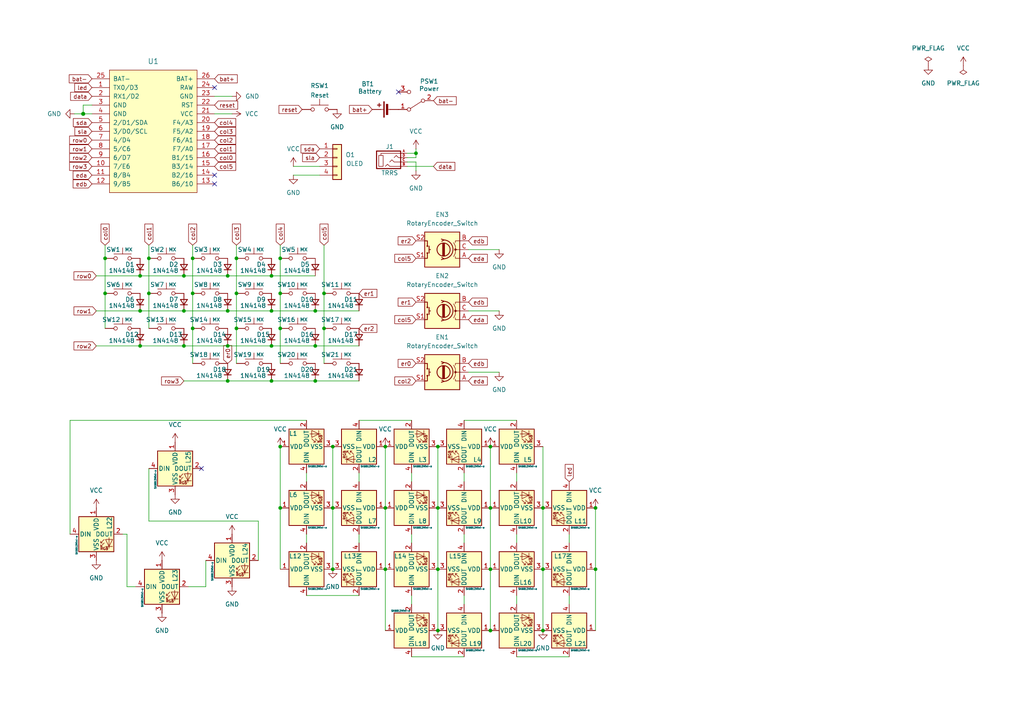
<source format=kicad_sch>
(kicad_sch (version 20250114) (generator "eeschema") (generator_version "9.0")
  (paper "A4")
  (title_block (title "Howarya?") (date "2022-08-05") (rev "0.2.2") (company "jmnw"))
  (junction (at 142.24 165.1))
  (junction (at 43.18 85.09))
  (junction (at 111.76 129.54))
  (junction (at 157.48 147.32))
  (junction (at 40.64 90.17))
  (junction (at 91.44 110.49))
  (junction (at 68.58 74.93))
  (junction (at 127 165.1))
  (junction (at 40.64 100.33))
  (junction (at 68.58 95.25))
  (junction (at 68.58 85.09))
  (junction (at 127 147.32))
  (junction (at 96.52 165.1))
  (junction (at 96.52 147.32))
  (junction (at 172.72 165.1))
  (junction (at 91.44 90.17))
  (junction (at 127 129.54))
  (junction (at 81.28 147.32))
  (junction (at 53.34 90.17))
  (junction (at 93.98 95.25))
  (junction (at 127 182.88))
  (junction (at 91.44 100.33))
  (junction (at 66.04 100.33))
  (junction (at 78.74 90.17))
  (junction (at 78.74 100.33))
  (junction (at 24.13 33.02) (diameter 1.016))
  (junction (at 55.88 74.93))
  (junction (at 142.24 182.88))
  (junction (at 81.28 129.54))
  (junction (at 120.65 44.45))
  (junction (at 55.88 85.09))
  (junction (at 78.74 80.01))
  (junction (at 55.88 95.25))
  (junction (at 81.28 85.09))
  (junction (at 111.76 165.1))
  (junction (at 43.18 74.93))
  (junction (at 30.48 74.93))
  (junction (at 81.28 74.93))
  (junction (at 111.76 147.32))
  (junction (at 157.48 165.1))
  (junction (at 53.34 80.01))
  (junction (at 66.04 80.01))
  (junction (at 81.28 95.25))
  (junction (at 30.48 85.09))
  (junction (at 142.24 129.54))
  (junction (at 78.74 110.49))
  (junction (at 66.04 90.17))
  (junction (at 96.52 129.54))
  (junction (at 172.72 147.32))
  (junction (at 53.34 100.33))
  (junction (at 157.48 182.88))
  (junction (at 93.98 85.09))
  (junction (at 66.04 110.49))
  (junction (at 40.64 80.01))
  (junction (at 142.24 147.32))
  (no_connect (at 62.23 25.4))
  (no_connect (at 115.57 26.67))
  (no_connect (at 58.42 135.89))
  (no_connect (at 62.23 53.34))
  (no_connect (at 62.23 50.8))
  (wire (pts (xy 118.11 45.72) (xy 120.65 45.72)))
  (wire (pts (xy 40.64 100.33) (xy 53.34 100.33)))
  (wire (pts (xy 149.86 190.5) (xy 165.1 190.5)))
  (wire (pts (xy 55.88 74.93) (xy 55.88 85.09)))
  (wire (pts (xy 55.88 85.09) (xy 55.88 95.25)))
  (wire (pts (xy 55.88 71.12) (xy 55.88 74.93)))
  (wire (pts (xy 55.88 95.25) (xy 55.88 105.41)))
  (wire (pts (xy 43.18 71.12) (xy 43.18 74.93)))
  (wire (pts (xy 43.18 74.93) (xy 43.18 85.09)))
  (wire (pts (xy 43.18 85.09) (xy 43.18 95.25)))
  (wire (pts (xy 81.28 147.32) (xy 81.28 165.1)))
  (wire (pts (xy 142.24 147.32) (xy 142.24 165.1)))
  (wire (pts (xy 165.1 154.94) (xy 165.1 157.48)))
  (wire (pts (xy 93.98 95.25) (xy 93.98 105.41)))
  (wire (pts (xy 53.34 90.17) (xy 66.04 90.17)))
  (wire (pts (xy 93.98 71.12) (xy 93.98 85.09)))
  (wire (pts (xy 111.76 165.1) (xy 111.76 182.88)))
  (wire (pts (xy 88.9 137.16) (xy 88.9 139.7)))
  (wire (pts (xy 62.23 27.94) (xy 67.31 27.94)))
  (wire (pts (xy 54.61 170.18) (xy 59.69 170.18)))
  (wire (pts (xy 111.76 147.32) (xy 111.76 165.1)))
  (wire (pts (xy 119.38 154.94) (xy 119.38 157.48)))
  (wire (pts (xy 111.76 129.54) (xy 111.76 147.32)))
  (wire (pts (xy 165.1 172.72) (xy 165.1 175.26)))
  (wire (pts (xy 127 147.32) (xy 127 165.1)))
  (wire (pts (xy 96.52 129.54) (xy 96.52 147.32)))
  (wire (pts (xy 93.98 85.09) (xy 93.98 95.25)))
  (wire (pts (xy 172.72 147.32) (xy 172.72 165.1)))
  (wire (pts (xy 43.18 135.89) (xy 43.18 151.13)))
  (wire (pts (xy 142.24 165.1) (xy 142.24 182.88)))
  (wire (pts (xy 91.44 110.49) (xy 104.14 110.49)))
  (wire (pts (xy 120.65 46.99) (xy 120.65 49.53)))
  (wire (pts (xy 78.74 80.01) (xy 91.44 80.01)))
  (wire (pts (xy 59.69 170.18) (xy 59.69 162.56)))
  (wire (pts (xy 40.64 80.01) (xy 53.34 80.01)))
  (wire (pts (xy 35.56 154.94) (xy 36.83 154.94)))
  (wire (pts (xy 66.04 90.17) (xy 78.74 90.17)))
  (wire (pts (xy 157.48 147.32) (xy 157.48 165.1)))
  (wire (pts (xy 91.44 100.33) (xy 104.14 100.33)))
  (wire (pts (xy 74.93 151.13) (xy 43.18 151.13)))
  (wire (pts (xy 74.93 162.56) (xy 74.93 151.13)))
  (wire (pts (xy 119.38 137.16) (xy 119.38 139.7)))
  (wire (pts (xy 172.72 165.1) (xy 172.72 182.88)))
  (wire (pts (xy 134.62 121.92) (xy 149.86 121.92)))
  (wire (pts (xy 62.23 33.02) (xy 67.31 33.02)))
  (wire (pts (xy 66.04 80.01) (xy 78.74 80.01)))
  (wire (pts (xy 20.32 121.92) (xy 20.32 154.94)))
  (wire (pts (xy 135.89 90.17) (xy 144.78 90.17)))
  (wire (pts (xy 157.48 165.1) (xy 157.48 182.88)))
  (wire (pts (xy 91.44 90.17) (xy 104.14 90.17)))
  (wire (pts (xy 24.13 33.02) (xy 26.67 33.02)))
  (wire (pts (xy 68.58 85.09) (xy 68.58 95.25)))
  (wire (pts (xy 68.58 95.25) (xy 68.58 105.41)))
  (wire (pts (xy 68.58 71.12) (xy 68.58 74.93)))
  (wire (pts (xy 68.58 74.93) (xy 68.58 85.09)))
  (wire (pts (xy 27.94 100.33) (xy 40.64 100.33)))
  (wire (pts (xy 81.28 129.54) (xy 81.28 147.32)))
  (wire (pts (xy 27.94 90.17) (xy 40.64 90.17)))
  (wire (pts (xy 26.67 30.48) (xy 24.13 30.48)))
  (wire (pts (xy 66.04 100.33) (xy 78.74 100.33)))
  (wire (pts (xy 135.89 72.39) (xy 144.78 72.39)))
  (wire (pts (xy 104.14 121.92) (xy 119.38 121.92)))
  (wire (pts (xy 27.94 80.01) (xy 40.64 80.01)))
  (wire (pts (xy 36.83 154.94) (xy 36.83 170.18)))
  (wire (pts (xy 78.74 110.49) (xy 91.44 110.49)))
  (wire (pts (xy 85.09 48.26) (xy 92.71 48.26)))
  (wire (pts (xy 24.13 30.48) (xy 24.13 33.02)))
  (wire (pts (xy 157.48 129.54) (xy 157.48 147.32)))
  (wire (pts (xy 118.11 44.45) (xy 120.65 44.45)))
  (wire (pts (xy 118.11 48.26) (xy 125.73 48.26)))
  (wire (pts (xy 127 129.54) (xy 127 147.32)))
  (wire (pts (xy 149.86 154.94) (xy 149.86 157.48)))
  (wire (pts (xy 119.38 172.72) (xy 119.38 175.26)))
  (wire (pts (xy 135.89 107.95) (xy 144.78 107.95)))
  (wire (pts (xy 104.14 137.16) (xy 104.14 139.7)))
  (wire (pts (xy 21.59 33.02) (xy 24.13 33.02)))
  (wire (pts (xy 134.62 154.94) (xy 134.62 157.48)))
  (wire (pts (xy 134.62 172.72) (xy 134.62 175.26)))
  (wire (pts (xy 134.62 137.16) (xy 134.62 139.7)))
  (wire (pts (xy 142.24 129.54) (xy 142.24 147.32)))
  (wire (pts (xy 30.48 74.93) (xy 30.48 85.09)))
  (wire (pts (xy 30.48 85.09) (xy 30.48 95.25)))
  (wire (pts (xy 30.48 71.12) (xy 30.48 74.93)))
  (wire (pts (xy 85.09 50.8) (xy 92.71 50.8)))
  (wire (pts (xy 88.9 121.92) (xy 20.32 121.92)))
  (wire (pts (xy 118.11 46.99) (xy 120.65 46.99)))
  (wire (pts (xy 149.86 172.72) (xy 149.86 175.26)))
  (wire (pts (xy 66.04 110.49) (xy 78.74 110.49)))
  (wire (pts (xy 120.65 45.72) (xy 120.65 44.45)))
  (wire (pts (xy 120.65 44.45) (xy 120.65 43.18)))
  (wire (pts (xy 53.34 100.33) (xy 66.04 100.33)))
  (wire (pts (xy 53.34 110.49) (xy 66.04 110.49)))
  (wire (pts (xy 36.83 170.18) (xy 39.37 170.18)))
  (wire (pts (xy 78.74 100.33) (xy 91.44 100.33)))
  (wire (pts (xy 96.52 147.32) (xy 96.52 165.1)))
  (wire (pts (xy 104.14 154.94) (xy 104.14 157.48)))
  (wire (pts (xy 127 165.1) (xy 127 182.88)))
  (wire (pts (xy 40.64 90.17) (xy 53.34 90.17)))
  (wire (pts (xy 81.28 95.25) (xy 81.28 105.41)))
  (wire (pts (xy 81.28 85.09) (xy 81.28 95.25)))
  (wire (pts (xy 81.28 71.12) (xy 81.28 74.93)))
  (wire (pts (xy 81.28 74.93) (xy 81.28 85.09)))
  (wire (pts (xy 149.86 137.16) (xy 149.86 139.7)))
  (wire (pts (xy 53.34 80.01) (xy 66.04 80.01)))
  (wire (pts (xy 88.9 172.72) (xy 104.14 172.72)))
  (wire (pts (xy 119.38 190.5) (xy 134.62 190.5)))
  (wire (pts (xy 78.74 90.17) (xy 91.44 90.17)))
  (wire (pts (xy 88.9 154.94) (xy 88.9 157.48)))
  (global_label "row2" (shape input) (at 26.67 45.72 180) (effects (font (size 1.1938 1.1938))) (property "Intersheetrefs" "${INTERSHEET_REFS}" (effects (hide yes))))
  (global_label "er0" (shape input) (at 120.65 105.41 180) (effects (font (size 1.1938 1.1938))) (property "Intersheetrefs" "${INTERSHEET_REFS}" (effects (hide yes))))
  (global_label "col5" (shape input) (at 120.65 92.71 180) (effects (font (size 1.1938 1.1938))) (property "Intersheetrefs" "${INTERSHEET_REFS}" (effects (hide yes))))
  (global_label "row3" (shape input) (at 26.67 48.26 180) (effects (font (size 1.1938 1.1938))) (property "Intersheetrefs" "${INTERSHEET_REFS}" (effects (hide yes))))
  (global_label "bat-" (shape input) (at 26.67 22.86 180) (effects (font (size 1.1938 1.1938))) (property "Intersheetrefs" "${INTERSHEET_REFS}" (effects (hide yes))))
  (global_label "led" (shape input) (at 165.1 139.7 90) (effects (font (size 1.1938 1.1938))) (property "Intersheetrefs" "${INTERSHEET_REFS}" (effects (hide yes))))
  (global_label "reset" (shape input) (at 62.23 30.48 0) (effects (font (size 1.1938 1.1938))) (property "Intersheetrefs" "${INTERSHEET_REFS}" (effects (hide yes))))
  (global_label "row3" (shape input) (at 53.34 110.49 180) (effects (font (size 1.1938 1.1938))) (property "Intersheetrefs" "${INTERSHEET_REFS}" (effects (hide yes))))
  (global_label "eda" (shape input) (at 26.67 50.8 180) (effects (font (size 1.1938 1.1938))) (property "Intersheetrefs" "${INTERSHEET_REFS}" (effects (hide yes))))
  (global_label "bat+" (shape input) (at 107.95 31.75 180) (effects (font (size 1.1938 1.1938))) (property "Intersheetrefs" "${INTERSHEET_REFS}" (effects (hide yes))))
  (global_label "sla" (shape input) (at 92.71 45.72 180) (effects (font (size 1.1938 1.1938))) (property "Intersheetrefs" "${INTERSHEET_REFS}" (effects (hide yes))))
  (global_label "row2" (shape input) (at 27.94 100.33 180) (effects (font (size 1.1938 1.1938))) (property "Intersheetrefs" "${INTERSHEET_REFS}" (effects (hide yes))))
  (global_label "sla" (shape input) (at 26.67 38.1 180) (effects (font (size 1.1938 1.1938))) (property "Intersheetrefs" "${INTERSHEET_REFS}" (effects (hide yes))))
  (global_label "sda" (shape input) (at 92.71 43.18 180) (effects (font (size 1.1938 1.1938))) (property "Intersheetrefs" "${INTERSHEET_REFS}" (effects (hide yes))))
  (global_label "col1" (shape input) (at 62.23 43.18 0) (effects (font (size 1.1938 1.1938))) (property "Intersheetrefs" "${INTERSHEET_REFS}" (effects (hide yes))))
  (global_label "col1" (shape input) (at 43.18 71.12 90) (effects (font (size 1.1938 1.1938))) (property "Intersheetrefs" "${INTERSHEET_REFS}" (effects (hide yes))))
  (global_label "er0" (shape input) (at 66.04 105.41 90) (effects (font (size 1.1938 1.1938))) (property "Intersheetrefs" "${INTERSHEET_REFS}" (effects (hide yes))))
  (global_label "col3" (shape input) (at 62.23 38.1 0) (effects (font (size 1.1938 1.1938))) (property "Intersheetrefs" "${INTERSHEET_REFS}" (effects (hide yes))))
  (global_label "col2" (shape input) (at 62.23 40.64 0) (effects (font (size 1.1938 1.1938))) (property "Intersheetrefs" "${INTERSHEET_REFS}" (effects (hide yes))))
  (global_label "er2" (shape input) (at 120.65 69.85 180) (effects (font (size 1.1938 1.1938))) (property "Intersheetrefs" "${INTERSHEET_REFS}" (effects (hide yes))))
  (global_label "led" (shape input) (at 26.67 25.4 180) (effects (font (size 1.1938 1.1938))) (property "Intersheetrefs" "${INTERSHEET_REFS}" (effects (hide yes))))
  (global_label "er2" (shape input) (at 104.14 95.25 0) (effects (font (size 1.1938 1.1938))) (property "Intersheetrefs" "${INTERSHEET_REFS}" (effects (hide yes))))
  (global_label "col2" (shape input) (at 55.88 71.12 90) (effects (font (size 1.1938 1.1938))) (property "Intersheetrefs" "${INTERSHEET_REFS}" (effects (hide yes))))
  (global_label "er1" (shape input) (at 120.65 87.63 180) (effects (font (size 1.1938 1.1938))) (property "Intersheetrefs" "${INTERSHEET_REFS}" (effects (hide yes))))
  (global_label "edb" (shape input) (at 26.67 53.34 180) (effects (font (size 1.1938 1.1938))) (property "Intersheetrefs" "${INTERSHEET_REFS}" (effects (hide yes))))
  (global_label "data" (shape input) (at 26.67 27.94 180) (effects (font (size 1.1938 1.1938))) (property "Intersheetrefs" "${INTERSHEET_REFS}" (effects (hide yes))))
  (global_label "edb" (shape input) (at 135.89 105.41 0) (effects (font (size 1.1938 1.1938))) (property "Intersheetrefs" "${INTERSHEET_REFS}" (effects (hide yes))))
  (global_label "col3" (shape input) (at 68.58 71.12 90) (effects (font (size 1.1938 1.1938))) (property "Intersheetrefs" "${INTERSHEET_REFS}" (effects (hide yes))))
  (global_label "row1" (shape input) (at 26.67 43.18 180) (effects (font (size 1.1938 1.1938))) (property "Intersheetrefs" "${INTERSHEET_REFS}" (effects (hide yes))))
  (global_label "edb" (shape input) (at 135.89 69.85 0) (effects (font (size 1.1938 1.1938))) (property "Intersheetrefs" "${INTERSHEET_REFS}" (effects (hide yes))))
  (global_label "sda" (shape input) (at 26.67 35.56 180) (effects (font (size 1.1938 1.1938))) (property "Intersheetrefs" "${INTERSHEET_REFS}" (effects (hide yes))))
  (global_label "edb" (shape input) (at 135.89 87.63 0) (effects (font (size 1.1938 1.1938))) (property "Intersheetrefs" "${INTERSHEET_REFS}" (effects (hide yes))))
  (global_label "col4" (shape input) (at 81.28 71.12 90) (effects (font (size 1.1938 1.1938))) (property "Intersheetrefs" "${INTERSHEET_REFS}" (effects (hide yes))))
  (global_label "col0" (shape input) (at 30.48 71.12 90) (effects (font (size 1.1938 1.1938))) (property "Intersheetrefs" "${INTERSHEET_REFS}" (effects (hide yes))))
  (global_label "reset" (shape input) (at 87.63 31.75 180) (effects (font (size 1.1938 1.1938))) (property "Intersheetrefs" "${INTERSHEET_REFS}" (effects (hide yes))))
  (global_label "bat+" (shape input) (at 62.23 22.86 0) (effects (font (size 1.1938 1.1938))) (property "Intersheetrefs" "${INTERSHEET_REFS}" (effects (hide yes))))
  (global_label "col5" (shape input) (at 62.23 48.26 0) (effects (font (size 1.1938 1.1938))) (property "Intersheetrefs" "${INTERSHEET_REFS}" (effects (hide yes))))
  (global_label "er1" (shape input) (at 104.14 85.09 0) (effects (font (size 1.1938 1.1938))) (property "Intersheetrefs" "${INTERSHEET_REFS}" (effects (hide yes))))
  (global_label "row0" (shape input) (at 27.94 80.01 180) (effects (font (size 1.1938 1.1938))) (property "Intersheetrefs" "${INTERSHEET_REFS}" (effects (hide yes))))
  (global_label "data" (shape input) (at 125.73 48.26 0) (effects (font (size 1.1938 1.1938))) (property "Intersheetrefs" "${INTERSHEET_REFS}" (effects (hide yes))))
  (global_label "col5" (shape input) (at 120.65 74.93 180) (effects (font (size 1.1938 1.1938))) (property "Intersheetrefs" "${INTERSHEET_REFS}" (effects (hide yes))))
  (global_label "col0" (shape input) (at 62.23 45.72 0) (effects (font (size 1.1938 1.1938))) (property "Intersheetrefs" "${INTERSHEET_REFS}" (effects (hide yes))))
  (global_label "col4" (shape input) (at 62.23 35.56 0) (effects (font (size 1.1938 1.1938))) (property "Intersheetrefs" "${INTERSHEET_REFS}" (effects (hide yes))))
  (global_label "row0" (shape input) (at 26.67 40.64 180) (effects (font (size 1.1938 1.1938))) (property "Intersheetrefs" "${INTERSHEET_REFS}" (effects (hide yes))))
  (global_label "col5" (shape input) (at 93.98 71.12 90) (effects (font (size 1.1938 1.1938))) (property "Intersheetrefs" "${INTERSHEET_REFS}" (effects (hide yes))))
  (global_label "row1" (shape input) (at 27.94 90.17 180) (effects (font (size 1.1938 1.1938))) (property "Intersheetrefs" "${INTERSHEET_REFS}" (effects (hide yes))))
  (global_label "eda" (shape input) (at 135.89 92.71 0) (effects (font (size 1.1938 1.1938))) (property "Intersheetrefs" "${INTERSHEET_REFS}" (effects (hide yes))))
  (global_label "bat-" (shape input) (at 125.73 29.21 0) (effects (font (size 1.1938 1.1938))) (property "Intersheetrefs" "${INTERSHEET_REFS}" (effects (hide yes))))
  (global_label "eda" (shape input) (at 135.89 74.93 0) (effects (font (size 1.1938 1.1938))) (property "Intersheetrefs" "${INTERSHEET_REFS}" (effects (hide yes))))
  (global_label "col2" (shape input) (at 120.65 110.49 180) (effects (font (size 1.1938 1.1938))) (property "Intersheetrefs" "${INTERSHEET_REFS}" (effects (hide yes))))
  (global_label "eda" (shape input) (at 135.89 110.49 0) (effects (font (size 1.1938 1.1938))) (property "Intersheetrefs" "${INTERSHEET_REFS}" (effects (hide yes))))
  (symbol (lib_id "swoop:MJ-4PP-9-kbd-corne-light-rescue") (at 113.03 46.355 0) (unit 1)
    (property "Reference" "J1" (at 113.03 42.545 0))
    (property "Value" "TRRS" (at 113.03 50.165 0))
    (property "Footprint" "swoop:TRRS-3pin" (effects (hide yes)))
  )
  (symbol (lib_name "D_Small_1") (lib_id "Device:D_Small") (at 78.74 97.79 90) (unit 1)
    (property "Reference" "D15" (at 74.422 97.028 90) (effects (justify right)))
    (property "Value" "1N4148" (at 69.596 98.806 90) (effects (justify right)))
    (property "Footprint" "swoop:D_SMD_TH" (effects (hide yes)))
    (property "Description" "Diode, small symbol" (effects (hide yes)))
    (property "Sim.Device" "D" (effects (hide yes)))
    (property "Sim.Pins" "1=K 2=A" (effects (hide yes)))
  )
  (symbol (lib_name "GND_1") (lib_id "power:GND") (at 97.79 31.75 0) (unit 1)
    (property "Reference" "#PWR04" (effects (hide yes)))
    (property "Value" "GND" (at 97.79 36.83 0))
    (property "Description" "Power symbol creates a global label with name \"GND\" , ground" (effects (hide yes)))
  )
  (symbol (lib_id "Switch:SW_Push") (at 99.06 95.25 0) (unit 1)
    (property "Reference" "SW17" (at 98.425 92.71 0) (effects (justify right)))
    (property "Value" "MX" (at 99.695 92.71 0) (effects (font (size 1 1)) (justify left)))
    (property "Footprint" "switches:SW_Universal_TH_Reversible" (effects (hide yes)))
  )
  (symbol (lib_id "swoop:SK6812MINI-E") (at 165.1 147.32 270) (unit 1)
    (property "Reference" "L11" (at 170.18 151.13 90) (effects (justify right)))
    (property "Value" "SK6812Mini-e" (at 168.275 153.035 90) (effects (font (size 0.5 0.5))))
    (property "Footprint" "swoop:SK6812_Mini_E" (effects (hide yes)))
    (property "JLCPCB BOM" "0" (effects (hide yes)))
  )
  (symbol (lib_name "VCC_1") (lib_id "power:VCC") (at 85.09 48.26 0) (unit 1)
    (property "Reference" "#PWR08" (effects (hide yes)))
    (property "Value" "VCC" (at 85.09 43.18 0))
    (property "Description" "Power symbol creates a global label with name \"VCC\"" (effects (hide yes)))
  )
  (symbol (lib_id "Switch:SW_Push") (at 92.71 31.75 0) (unit 1)
    (property "Reference" "RSW1" (at 92.71 24.8625 0))
    (property "Value" "Reset" (at 92.71 27.6376 0))
    (property "Footprint" "buttons:SW_TH_1TS002A" (effects (hide yes)))
  )
  (symbol (lib_name "VCC_1") (lib_id "power:VCC") (at 46.99 162.56 0) (unit 1)
    (property "Reference" "#PWR028" (effects (hide yes)))
    (property "Value" "VCC" (at 46.99 157.48 0))
    (property "Description" "Power symbol creates a global label with name \"VCC\"" (effects (hide yes)))
  )
  (symbol (lib_id "swoop:SK6812MINI-E") (at 149.86 147.32 90) (unit 1)
    (property "Reference" "L10" (at 154.305 151.13 90) (effects (justify left)))
    (property "Value" "SK6812Mini-e" (at 153.035 153.035 90) (effects (font (size 0.5 0.5))))
    (property "Footprint" "swoop:SK6812_Mini_E" (effects (hide yes)))
    (property "JLCPCB BOM" "0" (effects (hide yes)))
  )
  (symbol (lib_name "D_Small_1") (lib_id "Device:D_Small") (at 91.44 97.79 90) (unit 1)
    (property "Reference" "D16" (at 87.122 97.028 90) (effects (justify right)))
    (property "Value" "1N4148" (at 82.296 98.806 90) (effects (justify right)))
    (property "Footprint" "swoop:D_SMD_TH" (effects (hide yes)))
    (property "Description" "Diode, small symbol" (effects (hide yes)))
    (property "Sim.Device" "D" (effects (hide yes)))
    (property "Sim.Pins" "1=K 2=A" (effects (hide yes)))
  )
  (symbol (lib_name "VCC_1") (lib_id "power:VCC") (at 27.94 147.32 0) (unit 1)
    (property "Reference" "#PWR029" (effects (hide yes)))
    (property "Value" "VCC" (at 27.94 142.24 0))
    (property "Description" "Power symbol creates a global label with name \"VCC\"" (effects (hide yes)))
  )
  (symbol (lib_id "inpulib:PWR_FLAG") (at 279.4 19.05 180) (unit 1)
    (property "Reference" "#FLG02" (effects (hide yes)))
    (property "Value" "PWR_FLAG" (at 279.4 24.13 0))
    (property "Description" "Power source flag for ERC" (effects (hide yes)))
  )
  (symbol (lib_id "swoop:SK6812MINI-E") (at 46.99 170.18 0) (unit 1)
    (property "Reference" "L23" (at 50.8 165.1 90) (effects (justify right)))
    (property "Value" "SK6812Mini-e" (at 41.275 173.355 90) (effects (font (size 0.5 0.5))))
    (property "Footprint" "diode:LED_SK6812MINI__3.5x3.5mm_reversible" (effects (hide yes)))
    (property "JLCPCB BOM" "0" (effects (hide yes)))
  )
  (symbol (lib_id "Switch:SW_Push") (at 35.56 74.93 0) (unit 1)
    (property "Reference" "SW1" (at 34.925 72.39 0) (effects (justify right)))
    (property "Value" "MX" (at 36.195 72.39 0) (effects (font (size 1 1)) (justify left)))
    (property "Footprint" "switches:SW_Universal_TH_Reversible" (effects (hide yes)))
  )
  (symbol (lib_name "D_Small_1") (lib_id "Device:D_Small") (at 40.64 87.63 90) (unit 1)
    (property "Reference" "D6" (at 36.322 86.868 90) (effects (justify right)))
    (property "Value" "1N4148" (at 31.496 88.646 90) (effects (justify right)))
    (property "Footprint" "swoop:D_SMD_TH" (effects (hide yes)))
    (property "Description" "Diode, small symbol" (effects (hide yes)))
    (property "Sim.Device" "D" (effects (hide yes)))
    (property "Sim.Pins" "1=K 2=A" (effects (hide yes)))
  )
  (symbol (lib_id "swoop:SK6812MINI-E") (at 134.62 182.88 270) (unit 1)
    (property "Reference" "L19" (at 139.7 186.69 90) (effects (justify right)))
    (property "Value" "SK6812Mini-e" (at 137.795 188.595 90) (effects (font (size 0.5 0.5))))
    (property "Footprint" "swoop:SK6812_Mini_E" (effects (hide yes)))
    (property "JLCPCB BOM" "0" (effects (hide yes)))
  )
  (symbol (lib_name "GND_1") (lib_id "power:GND") (at 144.78 107.95 0) (unit 1)
    (property "Reference" "#PWR011" (effects (hide yes)))
    (property "Value" "GND" (at 144.78 113.03 0))
    (property "Description" "Power symbol creates a global label with name \"GND\" , ground" (effects (hide yes)))
  )
  (symbol (lib_id "Switch:SW_Push") (at 60.96 95.25 0) (unit 1)
    (property "Reference" "SW14" (at 60.325 92.71 0) (effects (justify right)))
    (property "Value" "MX" (at 61.595 92.71 0) (effects (font (size 1 1)) (justify left)))
    (property "Footprint" "switches:SW_Universal_TH_Reversible" (effects (hide yes)))
  )
  (symbol (lib_name "D_Small_1") (lib_id "Device:D_Small") (at 66.04 77.47 90) (unit 1)
    (property "Reference" "D3" (at 61.722 76.708 90) (effects (justify right)))
    (property "Value" "1N4148" (at 56.896 78.486 90) (effects (justify right)))
    (property "Footprint" "swoop:D_SMD_TH" (effects (hide yes)))
    (property "Description" "Diode, small symbol" (effects (hide yes)))
    (property "Sim.Device" "D" (effects (hide yes)))
    (property "Sim.Pins" "1=K 2=A" (effects (hide yes)))
  )
  (symbol (lib_id "Switch:SW_Push") (at 99.06 105.41 0) (unit 1)
    (property "Reference" "SW21" (at 98.425 102.87 0) (effects (justify right)))
    (property "Value" "MX" (at 99.695 102.87 0) (effects (font (size 1 1)) (justify left)))
    (property "Footprint" "switches:SW_Universal_TH_Reversible" (effects (hide yes)))
  )
  (symbol (lib_name "D_Small_1") (lib_id "Device:D_Small") (at 91.44 107.95 90) (unit 1)
    (property "Reference" "D20" (at 87.122 107.188 90) (effects (justify right)))
    (property "Value" "1N4148" (at 82.296 108.966 90) (effects (justify right)))
    (property "Footprint" "swoop:D_SMD_TH" (effects (hide yes)))
    (property "Description" "Diode, small symbol" (effects (hide yes)))
    (property "Sim.Device" "D" (effects (hide yes)))
    (property "Sim.Pins" "1=K 2=A" (effects (hide yes)))
  )
  (symbol (lib_id "swoop:SK6812MINI-E") (at 119.38 129.54 90) (unit 1)
    (property "Reference" "L3" (at 123.825 133.35 90) (effects (justify left)))
    (property "Value" "SK6812Mini-e" (at 122.555 135.255 90) (effects (font (size 0.5 0.5))))
    (property "Footprint" "swoop:SK6812_Mini_E" (effects (hide yes)))
    (property "JLCPCB BOM" "0" (effects (hide yes)))
  )
  (symbol (lib_id "Switch:SW_Push") (at 86.36 105.41 0) (unit 1)
    (property "Reference" "SW20" (at 85.725 102.87 0) (effects (justify right)))
    (property "Value" "MX" (at 86.995 102.87 0) (effects (font (size 1 1)) (justify left)))
    (property "Footprint" "switches:SW_Universal_TH_Reversible" (effects (hide yes)))
  )
  (symbol (lib_name "D_Small_1") (lib_id "Device:D_Small") (at 91.44 77.47 90) (unit 1)
    (property "Reference" "D5" (at 87.122 76.708 90) (effects (justify right)))
    (property "Value" "1N4148" (at 82.296 78.486 90) (effects (justify right)))
    (property "Footprint" "swoop:D_SMD_TH" (effects (hide yes)))
    (property "Description" "Diode, small symbol" (effects (hide yes)))
    (property "Sim.Device" "D" (effects (hide yes)))
    (property "Sim.Pins" "1=K 2=A" (effects (hide yes)))
  )
  (symbol (lib_id "Switch:SW_Push") (at 73.66 74.93 0) (unit 1)
    (property "Reference" "SW4" (at 73.025 72.39 0) (effects (justify right)))
    (property "Value" "MX" (at 74.295 72.39 0) (effects (font (size 1 1)) (justify left)))
    (property "Footprint" "switches:SW_Universal_TH_Reversible" (effects (hide yes)))
  )
  (symbol (lib_id "swoop:SK6812MINI-E") (at 149.86 129.54 90) (unit 1)
    (property "Reference" "L5" (at 154.305 133.35 90) (effects (justify left)))
    (property "Value" "SK6812Mini-e" (at 153.035 135.255 90) (effects (font (size 0.5 0.5))))
    (property "Footprint" "swoop:SK6812_Mini_E" (effects (hide yes)))
    (property "JLCPCB BOM" "0" (effects (hide yes)))
  )
  (symbol (lib_name "VCC_1") (lib_id "power:VCC") (at 67.31 154.94 0) (unit 1)
    (property "Reference" "#PWR027" (effects (hide yes)))
    (property "Value" "VCC" (at 67.31 149.86 0))
    (property "Description" "Power symbol creates a global label with name \"VCC\"" (effects (hide yes)))
  )
  (symbol (lib_id "swoop:SK6812MINI-E") (at 104.14 129.54 270) (unit 1)
    (property "Reference" "L2" (at 109.22 133.35 90) (effects (justify right)))
    (property "Value" "SK6812Mini-e" (at 107.315 135.255 90) (effects (font (size 0.5 0.5))))
    (property "Footprint" "swoop:SK6812_Mini_E" (effects (hide yes)))
    (property "JLCPCB BOM" "0" (effects (hide yes)))
  )
  (symbol (lib_id "swoop:SK6812MINI-E") (at 134.62 147.32 270) (unit 1)
    (property "Reference" "L9" (at 139.7 151.13 90) (effects (justify right)))
    (property "Value" "SK6812Mini-e" (at 137.795 153.035 90) (effects (font (size 0.5 0.5))))
    (property "Footprint" "swoop:SK6812_Mini_E" (effects (hide yes)))
    (property "JLCPCB BOM" "0" (effects (hide yes)))
  )
  (symbol (lib_id "swoop:SK6812MINI-E") (at 119.38 147.32 90) (unit 1)
    (property "Reference" "L8" (at 123.825 151.13 90) (effects (justify left)))
    (property "Value" "SK6812Mini-e" (at 122.555 153.035 90) (effects (font (size 0.5 0.5))))
    (property "Footprint" "swoop:SK6812_Mini_E" (effects (hide yes)))
    (property "JLCPCB BOM" "0" (effects (hide yes)))
  )
  (symbol (lib_id "inpulib:PWR_FLAG") (at 269.24 19.05 0) (unit 1)
    (property "Reference" "#FLG01" (effects (hide yes)))
    (property "Value" "PWR_FLAG" (at 269.24 13.97 0))
    (property "Description" "Power source flag for ERC" (effects (hide yes)))
  )
  (symbol (lib_id "swoop:SK6812MINI-E") (at 67.31 162.56 0) (unit 1)
    (property "Reference" "L24" (at 71.12 157.48 90) (effects (justify right)))
    (property "Value" "SK6812Mini-e" (at 61.595 165.735 90) (effects (font (size 0.5 0.5))))
    (property "Footprint" "diode:LED_SK6812MINI__3.5x3.5mm_reversible" (effects (hide yes)))
    (property "JLCPCB BOM" "0" (effects (hide yes)))
  )
  (symbol (lib_name "VCC_1") (lib_id "power:VCC") (at 172.72 147.32 0) (unit 1)
    (property "Reference" "#PWR015" (effects (hide yes)))
    (property "Value" "VCC" (at 172.72 142.24 0))
    (property "Description" "Power symbol creates a global label with name \"VCC\"" (effects (hide yes)))
  )
  (symbol (lib_name "GND_1") (lib_id "power:GND") (at 269.24 19.05 0) (unit 1)
    (property "Reference" "#PWR01" (effects (hide yes)))
    (property "Value" "GND" (at 269.24 24.13 0))
    (property "Description" "Power symbol creates a global label with name \"GND\" , ground" (effects (hide yes)))
  )
  (symbol (lib_id "Switch:SW_Push") (at 35.56 95.25 0) (unit 1)
    (property "Reference" "SW12" (at 34.925 92.71 0) (effects (justify right)))
    (property "Value" "MX" (at 36.195 92.71 0) (effects (font (size 1 1)) (justify left)))
    (property "Footprint" "switches:SW_Universal_TH_Reversible" (effects (hide yes)))
  )
  (symbol (lib_id "Switch:SW_Push") (at 73.66 95.25 0) (unit 1)
    (property "Reference" "SW15" (at 73.025 92.71 0) (effects (justify right)))
    (property "Value" "MX" (at 74.295 92.71 0) (effects (font (size 1 1)) (justify left)))
    (property "Footprint" "switches:SW_Universal_TH_Reversible" (effects (hide yes)))
  )
  (symbol (lib_name "VCC_1") (lib_id "power:VCC") (at 120.65 43.18 0) (unit 1)
    (property "Reference" "#PWR07" (effects (hide yes)))
    (property "Value" "VCC" (at 120.65 38.1 0))
    (property "Description" "Power symbol creates a global label with name \"VCC\"" (effects (hide yes)))
  )
  (symbol (lib_id "Switch:SW_Push") (at 73.66 105.41 0) (unit 1)
    (property "Reference" "SW19" (at 73.025 102.87 0) (effects (justify right)))
    (property "Value" "MX" (at 74.295 102.87 0) (effects (font (size 1 1)) (justify left)))
    (property "Footprint" "switches:SW_Universal_TH_Reversible" (effects (hide yes)))
  )
  (symbol (lib_id "Device:Battery_Cell") (at 113.03 31.75 90) (unit 1)
    (property "Reference" "BT1" (at 106.68 24.3544 90))
    (property "Value" "Battery" (at 107.315 26.4945 90))
    (property "Footprint" "swoop:Battery_pads_reversible" (effects (hide yes)))
    (property "Description" "Single-cell battery" (effects (hide yes)))
  )
  (symbol (lib_id "swoop:SK6812MINI-E") (at 119.38 165.1 90) (unit 1)
    (property "Reference" "L14" (at 114.3 161.29 90) (effects (justify right)))
    (property "Value" "SK6812Mini-e" (at 122.555 170.815 90) (effects (font (size 0.5 0.5))))
    (property "Footprint" "swoop:SK6812_Mini_E" (effects (hide yes)))
    (property "JLCPCB BOM" "0" (effects (hide yes)))
  )
  (symbol (lib_name "RotaryEncoder_Switch_1") (lib_id "Device:RotaryEncoder_Switch") (at 128.27 107.95 180) (unit 1)
    (property "Reference" "EN1" (at 128.27 97.79 0))
    (property "Value" "RotaryEncoder_Switch" (at 128.27 100.33 0))
    (property "Footprint" "swoop:RotaryEncoder" (effects (hide yes)))
    (property "Description" "Rotary encoder, dual channel, incremental quadrate outputs, with switch" (effects (hide yes)))
  )
  (symbol (lib_name "VCC_1") (lib_id "power:VCC") (at 142.24 129.54 0) (unit 1)
    (property "Reference" "#PWR014" (effects (hide yes)))
    (property "Value" "VCC" (at 142.24 124.46 0))
    (property "Description" "Power symbol creates a global label with name \"VCC\"" (effects (hide yes)))
  )
  (symbol (lib_id "swoop:SK6812MINI-E") (at 149.86 182.88 90) (unit 1)
    (property "Reference" "L20" (at 154.305 186.69 90) (effects (justify left)))
    (property "Value" "SK6812Mini-e" (at 153.035 188.595 90) (effects (font (size 0.5 0.5))))
    (property "Footprint" "swoop:SK6812_Mini_E" (effects (hide yes)))
    (property "JLCPCB BOM" "0" (effects (hide yes)))
  )
  (symbol (lib_id "Switch:SW_Push") (at 48.26 74.93 0) (unit 1)
    (property "Reference" "SW2" (at 47.625 72.39 0) (effects (justify right)))
    (property "Value" "MX" (at 48.895 72.39 0) (effects (font (size 1 1)) (justify left)))
    (property "Footprint" "switches:SW_Universal_TH_Reversible" (effects (hide yes)))
  )
  (symbol (lib_name "GND_1") (lib_id "power:GND") (at 120.65 49.53 0) (unit 1)
    (property "Reference" "#PWR09" (effects (hide yes)))
    (property "Value" "GND" (at 120.65 54.61 0))
    (property "Description" "Power symbol creates a global label with name \"GND\" , ground" (effects (hide yes)))
  )
  (symbol (lib_id "Switch:SW_Push") (at 60.96 85.09 0) (unit 1)
    (property "Reference" "SW8" (at 60.325 82.55 0) (effects (justify right)))
    (property "Value" "MX" (at 61.595 82.55 0) (effects (font (size 1 1)) (justify left)))
    (property "Footprint" "switches:SW_Universal_TH_Reversible" (effects (hide yes)))
  )
  (symbol (lib_name "D_Small_1") (lib_id "Device:D_Small") (at 104.14 97.79 90) (unit 1)
    (property "Reference" "D17" (at 99.822 97.028 90) (effects (justify right)))
    (property "Value" "1N4148" (at 94.996 98.806 90) (effects (justify right)))
    (property "Footprint" "swoop:D_SMD_TH" (effects (hide yes)))
    (property "Description" "Diode, small symbol" (effects (hide yes)))
    (property "Sim.Device" "D" (effects (hide yes)))
    (property "Sim.Pins" "1=K 2=A" (effects (hide yes)))
  )
  (symbol (lib_name "D_Small_1") (lib_id "Device:D_Small") (at 66.04 87.63 90) (unit 1)
    (property "Reference" "D8" (at 61.722 86.868 90) (effects (justify right)))
    (property "Value" "1N4148" (at 56.896 88.646 90) (effects (justify right)))
    (property "Footprint" "swoop:D_SMD_TH" (effects (hide yes)))
    (property "Description" "Diode, small symbol" (effects (hide yes)))
    (property "Sim.Device" "D" (effects (hide yes)))
    (property "Sim.Pins" "1=K 2=A" (effects (hide yes)))
  )
  (symbol (lib_name "GND_1") (lib_id "power:GND") (at 46.99 177.8 0) (unit 1)
    (property "Reference" "#PWR021" (effects (hide yes)))
    (property "Value" "GND" (at 46.99 182.88 0))
    (property "Description" "Power symbol creates a global label with name \"GND\" , ground" (effects (hide yes)))
  )
  (symbol (lib_id "Switch:SW_Push") (at 86.36 95.25 0) (unit 1)
    (property "Reference" "SW16" (at 85.725 92.71 0) (effects (justify right)))
    (property "Value" "MX" (at 86.995 92.71 0) (effects (font (size 1 1)) (justify left)))
    (property "Footprint" "switches:SW_Universal_TH_Reversible" (effects (hide yes)))
  )
  (symbol (lib_name "VCC_1") (lib_id "power:VCC") (at 67.31 33.02 270) (unit 1)
    (property "Reference" "#PWR06" (effects (hide yes)))
    (property "Value" "VCC" (at 71.12 33.0199 90) (effects (justify left)))
    (property "Description" "Power symbol creates a global label with name \"VCC\"" (effects (hide yes)))
  )
  (symbol (lib_name "GND_1") (lib_id "power:GND") (at 50.8 143.51 0) (unit 1)
    (property "Reference" "#PWR024" (effects (hide yes)))
    (property "Value" "GND" (at 50.8 148.59 0))
    (property "Description" "Power symbol creates a global label with name \"GND\" , ground" (effects (hide yes)))
  )
  (symbol (lib_name "GND_1") (lib_id "power:GND") (at 144.78 90.17 0) (unit 1)
    (property "Reference" "#PWR017" (effects (hide yes)))
    (property "Value" "GND" (at 144.78 95.25 0))
    (property "Description" "Power symbol creates a global label with name \"GND\" , ground" (effects (hide yes)))
  )
  (symbol (lib_name "GND_1") (lib_id "power:GND") (at 157.48 182.88 0) (unit 1)
    (property "Reference" "#PWR020" (effects (hide yes)))
    (property "Value" "GND" (at 157.48 187.96 0))
    (property "Description" "Power symbol creates a global label with name \"GND\" , ground" (effects (hide yes)))
  )
  (symbol (lib_name "GND_1") (lib_id "power:GND") (at 21.59 33.02 270) (unit 1)
    (property "Reference" "#PWR05" (effects (hide yes)))
    (property "Value" "GND" (at 17.78 33.0199 90) (effects (justify right)))
    (property "Description" "Power symbol creates a global label with name \"GND\" , ground" (effects (hide yes)))
  )
  (symbol (lib_id "swoop:SK6812MINI-E") (at 50.8 135.89 0) (unit 1)
    (property "Reference" "L25" (at 54.61 130.81 90) (effects (justify right)))
    (property "Value" "SK6812Mini-e" (at 45.085 139.065 90) (effects (font (size 0.5 0.5))))
    (property "Footprint" "diode:LED_SK6812MINI__3.5x3.5mm_reversible" (effects (hide yes)))
    (property "JLCPCB BOM" "0" (effects (hide yes)))
  )
  (symbol (lib_id "swoop:SK6812MINI-E") (at 149.86 165.1 90) (unit 1)
    (property "Reference" "L16" (at 154.305 168.91 90) (effects (justify left)))
    (property "Value" "SK6812Mini-e" (at 153.035 170.815 90) (effects (font (size 0.5 0.5))))
    (property "Footprint" "swoop:SK6812_Mini_E" (effects (hide yes)))
    (property "JLCPCB BOM" "0" (effects (hide yes)))
  )
  (symbol (lib_id "swoop:SK6812MINI-E") (at 165.1 165.1 270) (unit 1)
    (property "Reference" "L17" (at 160.655 161.29 90) (effects (justify left)))
    (property "Value" "SK6812Mini-e" (at 168.275 170.815 90) (effects (font (size 0.5 0.5))))
    (property "Footprint" "swoop:SK6812_Mini_E" (effects (hide yes)))
    (property "JLCPCB BOM" "0" (effects (hide yes)))
  )
  (symbol (lib_name "D_Small_1") (lib_id "Device:D_Small") (at 40.64 97.79 90) (unit 1)
    (property "Reference" "D12" (at 36.322 97.028 90) (effects (justify right)))
    (property "Value" "1N4148" (at 31.496 98.806 90) (effects (justify right)))
    (property "Footprint" "swoop:D_SMD_TH" (effects (hide yes)))
    (property "Description" "Diode, small symbol" (effects (hide yes)))
    (property "Sim.Device" "D" (effects (hide yes)))
    (property "Sim.Pins" "1=K 2=A" (effects (hide yes)))
  )
  (symbol (lib_name "D_Small_1") (lib_id "Device:D_Small") (at 78.74 107.95 90) (unit 1)
    (property "Reference" "D19" (at 74.422 107.188 90) (effects (justify right)))
    (property "Value" "1N4148" (at 69.596 108.966 90) (effects (justify right)))
    (property "Footprint" "swoop:D_SMD_TH" (effects (hide yes)))
    (property "Description" "Diode, small symbol" (effects (hide yes)))
    (property "Sim.Device" "D" (effects (hide yes)))
    (property "Sim.Pins" "1=K 2=A" (effects (hide yes)))
  )
  (symbol (lib_id "Switch:SW_Push") (at 86.36 74.93 0) (unit 1)
    (property "Reference" "SW5" (at 85.725 72.39 0) (effects (justify right)))
    (property "Value" "MX" (at 86.995 72.39 0) (effects (font (size 1 1)) (justify left)))
    (property "Footprint" "switches:SW_Universal_TH_Reversible" (effects (hide yes)))
  )
  (symbol (lib_name "D_Small_1") (lib_id "Device:D_Small") (at 53.34 77.47 90) (unit 1)
    (property "Reference" "D2" (at 49.022 76.708 90) (effects (justify right)))
    (property "Value" "1N4148" (at 44.196 78.486 90) (effects (justify right)))
    (property "Footprint" "swoop:D_SMD_TH" (effects (hide yes)))
    (property "Description" "Diode, small symbol" (effects (hide yes)))
    (property "Sim.Device" "D" (effects (hide yes)))
    (property "Sim.Pins" "1=K 2=A" (effects (hide yes)))
  )
  (symbol (lib_name "GND_1") (lib_id "power:GND") (at 67.31 170.18 0) (unit 1)
    (property "Reference" "#PWR018" (effects (hide yes)))
    (property "Value" "GND" (at 67.31 175.26 0))
    (property "Description" "Power symbol creates a global label with name \"GND\" , ground" (effects (hide yes)))
  )
  (symbol (lib_id "swoop:SK6812MINI-E") (at 104.14 147.32 270) (unit 1)
    (property "Reference" "L7" (at 109.22 151.13 90) (effects (justify right)))
    (property "Value" "SK6812Mini-e" (at 107.315 153.035 90) (effects (font (size 0.5 0.5))))
    (property "Footprint" "swoop:SK6812_Mini_E" (effects (hide yes)))
    (property "JLCPCB BOM" "0" (effects (hide yes)))
  )
  (symbol (lib_id "swoop:SK6812MINI-E") (at 88.9 165.1 90) (unit 1)
    (property "Reference" "L12" (at 83.82 161.29 90) (effects (justify right)))
    (property "Value" "SK6812Mini-e" (at 92.075 170.815 90) (effects (font (size 0.5 0.5))))
    (property "Footprint" "swoop:SK6812_Mini_E" (effects (hide yes)))
    (property "JLCPCB BOM" "0" (effects (hide yes)))
  )
  (symbol (lib_name "D_Small_1") (lib_id "Device:D_Small") (at 104.14 87.63 90) (unit 1)
    (property "Reference" "D11" (at 99.822 86.868 90) (effects (justify right)))
    (property "Value" "1N4148" (at 94.996 88.646 90) (effects (justify right)))
    (property "Footprint" "swoop:D_SMD_TH" (effects (hide yes)))
    (property "Description" "Diode, small symbol" (effects (hide yes)))
    (property "Sim.Device" "D" (effects (hide yes)))
    (property "Sim.Pins" "1=K 2=A" (effects (hide yes)))
  )
  (symbol (lib_id "Switch:SW_Push") (at 73.66 85.09 0) (unit 1)
    (property "Reference" "SW9" (at 73.025 82.55 0) (effects (justify right)))
    (property "Value" "MX" (at 74.295 82.55 0) (effects (font (size 1 1)) (justify left)))
    (property "Footprint" "switches:SW_Universal_TH_Reversible" (effects (hide yes)))
  )
  (symbol (lib_name "GND_1") (lib_id "power:GND") (at 96.52 165.1 0) (unit 1)
    (property "Reference" "#PWR016" (effects (hide yes)))
    (property "Value" "GND" (at 96.52 170.18 0))
    (property "Description" "Power symbol creates a global label with name \"GND\" , ground" (effects (hide yes)))
  )
  (symbol (lib_id "Switch:SW_Push") (at 60.96 74.93 0) (unit 1)
    (property "Reference" "SW3" (at 60.325 72.39 0) (effects (justify right)))
    (property "Value" "MX" (at 61.595 72.39 0) (effects (font (size 1 1)) (justify left)))
    (property "Footprint" "switches:SW_Universal_TH_Reversible" (effects (hide yes)))
  )
  (symbol (lib_name "D_Small_1") (lib_id "Device:D_Small") (at 53.34 97.79 90) (unit 1)
    (property "Reference" "D13" (at 49.022 97.028 90) (effects (justify right)))
    (property "Value" "1N4148" (at 44.196 98.806 90) (effects (justify right)))
    (property "Footprint" "swoop:D_SMD_TH" (effects (hide yes)))
    (property "Description" "Diode, small symbol" (effects (hide yes)))
    (property "Sim.Device" "D" (effects (hide yes)))
    (property "Sim.Pins" "1=K 2=A" (effects (hide yes)))
  )
  (symbol (lib_name "GND_2") (lib_id "power:GND") (at 67.31 27.94 90) (unit 1)
    (property "Reference" "#PWR03" (effects (hide yes)))
    (property "Value" "GND" (at 71.12 27.9399 90) (effects (justify right)))
    (property "Description" "Power symbol creates a global label with name \"GND\" , ground" (effects (hide yes)))
  )
  (symbol (lib_id "Switch:SW_Push") (at 48.26 95.25 0) (unit 1)
    (property "Reference" "SW13" (at 47.625 92.71 0) (effects (justify right)))
    (property "Value" "MX" (at 48.895 92.71 0) (effects (font (size 1 1)) (justify left)))
    (property "Footprint" "switches:SW_Universal_TH_Reversible" (effects (hide yes)))
  )
  (symbol (lib_name "D_Small_1") (lib_id "Device:D_Small") (at 66.04 107.95 90) (unit 1)
    (property "Reference" "D18" (at 61.722 107.188 90) (effects (justify right)))
    (property "Value" "1N4148" (at 56.896 108.966 90) (effects (justify right)))
    (property "Footprint" "swoop:D_SMD_TH" (effects (hide yes)))
    (property "Description" "Diode, small symbol" (effects (hide yes)))
    (property "Sim.Device" "D" (effects (hide yes)))
    (property "Sim.Pins" "1=K 2=A" (effects (hide yes)))
  )
  (symbol (lib_name "RotaryEncoder_Switch_1") (lib_id "Device:RotaryEncoder_Switch") (at 128.27 90.17 180) (unit 1)
    (property "Reference" "EN2" (at 128.27 80.01 0))
    (property "Value" "RotaryEncoder_Switch" (at 128.27 82.55 0))
    (property "Footprint" "swoop:RotaryEncoder" (effects (hide yes)))
    (property "Description" "Rotary encoder, dual channel, incremental quadrate outputs, with switch" (effects (hide yes)))
  )
  (symbol (lib_id "swoop:SK6812MINI-E") (at 88.9 147.32 90) (unit 1)
    (property "Reference" "L6" (at 83.82 143.51 90) (effects (justify right)))
    (property "Value" "SK6812Mini-e" (at 92.075 153.035 90) (effects (font (size 0.5 0.5))))
    (property "Footprint" "swoop:SK6812_Mini_E" (effects (hide yes)))
    (property "JLCPCB BOM" "0" (effects (hide yes)))
  )
  (symbol (lib_name "VCC_1") (lib_id "power:VCC") (at 50.8 128.27 0) (unit 1)
    (property "Reference" "#PWR026" (effects (hide yes)))
    (property "Value" "VCC" (at 50.8 123.19 0))
    (property "Description" "Power symbol creates a global label with name \"VCC\"" (effects (hide yes)))
  )
  (symbol (lib_id "Connector_Generic:Conn_01x04") (at 97.79 45.72 0) (unit 1)
    (property "Reference" "O1" (at 101.6 44.9095 0))
    (property "Value" "OLED" (at 102.87 47.4495 0))
    (property "Footprint" "swoop:OLED_jumpers" (effects (hide yes)))
  )
  (symbol (lib_name "GND_1") (lib_id "power:GND") (at 27.94 162.56 0) (unit 1)
    (property "Reference" "#PWR022" (effects (hide yes)))
    (property "Value" "GND" (at 27.94 167.64 0))
    (property "Description" "Power symbol creates a global label with name \"GND\" , ground" (effects (hide yes)))
  )
  (symbol (lib_name "D_Small_1") (lib_id "Device:D_Small") (at 91.44 87.63 90) (unit 1)
    (property "Reference" "D10" (at 87.122 86.868 90) (effects (justify right)))
    (property "Value" "1N4148" (at 82.296 88.646 90) (effects (justify right)))
    (property "Footprint" "swoop:D_SMD_TH" (effects (hide yes)))
    (property "Description" "Diode, small symbol" (effects (hide yes)))
    (property "Sim.Device" "D" (effects (hide yes)))
    (property "Sim.Pins" "1=K 2=A" (effects (hide yes)))
  )
  (symbol (lib_name "D_Small_1") (lib_id "Device:D_Small") (at 66.04 97.79 90) (unit 1)
    (property "Reference" "D14" (at 61.722 97.028 90) (effects (justify right)))
    (property "Value" "1N4148" (at 56.896 98.806 90) (effects (justify right)))
    (property "Footprint" "swoop:D_SMD_TH" (effects (hide yes)))
    (property "Description" "Diode, small symbol" (effects (hide yes)))
    (property "Sim.Device" "D" (effects (hide yes)))
    (property "Sim.Pins" "1=K 2=A" (effects (hide yes)))
  )
  (symbol (lib_id "Switch:SW_Push") (at 86.36 85.09 0) (unit 1)
    (property "Reference" "SW10" (at 85.725 82.55 0) (effects (justify right)))
    (property "Value" "MX" (at 86.995 82.55 0) (effects (font (size 1 1)) (justify left)))
    (property "Footprint" "switches:SW_Universal_TH_Reversible" (effects (hide yes)))
  )
  (symbol (lib_id "swoop:SK6812MINI-E") (at 104.14 165.1 270) (unit 1)
    (property "Reference" "L13" (at 99.695 161.29 90) (effects (justify left)))
    (property "Value" "SK6812Mini-e" (at 107.315 170.815 90) (effects (font (size 0.5 0.5))))
    (property "Footprint" "swoop:SK6812_Mini_E" (effects (hide yes)))
    (property "JLCPCB BOM" "0" (effects (hide yes)))
  )
  (symbol (lib_id "Switch:SW_Push") (at 35.56 85.09 0) (unit 1)
    (property "Reference" "SW6" (at 34.925 82.55 0) (effects (justify right)))
    (property "Value" "MX" (at 36.195 82.55 0) (effects (font (size 1 1)) (justify left)))
    (property "Footprint" "switches:SW_Universal_TH_Reversible" (effects (hide yes)))
  )
  (symbol (lib_id "Switch:SW_Push") (at 60.96 105.41 0) (unit 1)
    (property "Reference" "SW18" (at 60.325 102.87 0) (effects (justify right)))
    (property "Value" "MX" (at 61.595 102.87 0) (effects (font (size 1 1)) (justify left)))
    (property "Footprint" "switches:SW_Universal_TH_Reversible" (effects (hide yes)))
  )
  (symbol (lib_name "VCC_1") (lib_id "power:VCC") (at 81.28 129.54 0) (unit 1)
    (property "Reference" "#PWR012" (effects (hide yes)))
    (property "Value" "VCC" (at 81.28 124.46 0))
    (property "Description" "Power symbol creates a global label with name \"VCC\"" (effects (hide yes)))
  )
  (symbol (lib_id "inpulib:U_ProMicro_nRF52840") (at 44.45 39.37 0) (unit 1)
    (property "Reference" "U1" (at 44.45 17.78 0) (effects (font (size 1.524 1.524))))
    (property "Footprint" "mcu:U_ProMicro_nRF52840_TH_Reversible" (effects (hide yes)))
    (property "Description" "Pro Micro nRF52840 microcontroller board symbol" (effects (hide yes)))
  )
  (symbol (lib_id "swoop:SK6812MINI-E") (at 165.1 182.88 270) (unit 1)
    (property "Reference" "L21" (at 170.18 186.69 90) (effects (justify right)))
    (property "Value" "SK6812Mini-e" (at 168.275 188.595 90) (effects (font (size 0.5 0.5))))
    (property "Footprint" "swoop:SK6812_Mini_E" (effects (hide yes)))
    (property "JLCPCB BOM" "0" (effects (hide yes)))
  )
  (symbol (lib_id "swoop:SK6812MINI-E") (at 119.38 182.88 90) (unit 1)
    (property "Reference" "L18" (at 123.825 186.69 90) (effects (justify left)))
    (property "Value" "SK6812Mini-e" (at 116.205 177.165 90) (effects (font (size 0.5 0.5))))
    (property "Footprint" "swoop:SK6812_Mini_E" (effects (hide yes)))
    (property "JLCPCB BOM" "0" (effects (hide yes)))
  )
  (symbol (lib_id "swoop:SK6812MINI-E") (at 134.62 129.54 270) (unit 1)
    (property "Reference" "L4" (at 139.7 133.35 90) (effects (justify right)))
    (property "Value" "SK6812Mini-e" (at 137.795 135.255 90) (effects (font (size 0.5 0.5))))
    (property "Footprint" "swoop:SK6812_Mini_E" (effects (hide yes)))
    (property "JLCPCB BOM" "0" (effects (hide yes)))
  )
  (symbol (lib_name "D_Small_1") (lib_id "Device:D_Small") (at 40.64 77.47 90) (unit 1)
    (property "Reference" "D1" (at 36.322 76.708 90) (effects (justify right)))
    (property "Value" "1N4148" (at 31.496 78.486 90) (effects (justify right)))
    (property "Footprint" "swoop:D_SMD_TH" (effects (hide yes)))
    (property "Description" "Diode, small symbol" (effects (hide yes)))
    (property "Sim.Device" "D" (effects (hide yes)))
    (property "Sim.Pins" "1=K 2=A" (effects (hide yes)))
  )
  (symbol (lib_name "D_Small_1") (lib_id "Device:D_Small") (at 78.74 77.47 90) (unit 1)
    (property "Reference" "D4" (at 74.422 76.708 90) (effects (justify right)))
    (property "Value" "1N4148" (at 69.596 78.486 90) (effects (justify right)))
    (property "Footprint" "swoop:D_SMD_TH" (effects (hide yes)))
    (property "Description" "Diode, small symbol" (effects (hide yes)))
    (property "Sim.Device" "D" (effects (hide yes)))
    (property "Sim.Pins" "1=K 2=A" (effects (hide yes)))
  )
  (symbol (lib_name "VCC_1") (lib_id "power:VCC") (at 279.4 19.05 0) (unit 1)
    (property "Reference" "#PWR02" (effects (hide yes)))
    (property "Value" "VCC" (at 279.4 13.97 0))
    (property "Description" "Power symbol creates a global label with name \"VCC\"" (effects (hide yes)))
  )
  (symbol (lib_name "D_Small_1") (lib_id "Device:D_Small") (at 104.14 107.95 90) (unit 1)
    (property "Reference" "D21" (at 99.822 107.188 90) (effects (justify right)))
    (property "Value" "1N4148" (at 94.996 108.966 90) (effects (justify right)))
    (property "Footprint" "swoop:D_SMD_TH" (effects (hide yes)))
    (property "Description" "Diode, small symbol" (effects (hide yes)))
    (property "Sim.Device" "D" (effects (hide yes)))
    (property "Sim.Pins" "1=K 2=A" (effects (hide yes)))
  )
  (symbol (lib_id "Switch:SW_Push") (at 99.06 85.09 0) (unit 1)
    (property "Reference" "SW11" (at 98.425 82.55 0) (effects (justify right)))
    (property "Value" "MX" (at 99.695 82.55 0) (effects (font (size 1 1)) (justify left)))
    (property "Footprint" "switches:SW_Universal_TH_Reversible" (effects (hide yes)))
  )
  (symbol (lib_id "swoop:SK6812MINI-E") (at 27.94 154.94 0) (unit 1)
    (property "Reference" "L22" (at 31.75 149.86 90) (effects (justify right)))
    (property "Value" "SK6812Mini-e" (at 22.225 158.115 90) (effects (font (size 0.5 0.5))))
    (property "Footprint" "diode:LED_SK6812MINI__3.5x3.5mm_reversible" (effects (hide yes)))
    (property "JLCPCB BOM" "0" (effects (hide yes)))
  )
  (symbol (lib_id "swoop:SK6812MINI-E") (at 88.9 129.54 90) (unit 1)
    (property "Reference" "L1" (at 83.82 125.73 90) (effects (justify right)))
    (property "Value" "SK6812Mini-e" (at 92.075 135.255 90) (effects (font (size 0.5 0.5))))
    (property "Footprint" "swoop:SK6812_Mini_E" (effects (hide yes)))
    (property "JLCPCB BOM" "0" (effects (hide yes)))
  )
  (symbol (lib_name "RotaryEncoder_Switch_1") (lib_id "Device:RotaryEncoder_Switch") (at 128.27 72.39 180) (unit 1)
    (property "Reference" "EN3" (at 128.27 62.23 0))
    (property "Value" "RotaryEncoder_Switch" (at 128.27 64.77 0))
    (property "Footprint" "swoop:RotaryEncoder" (effects (hide yes)))
    (property "Description" "Rotary encoder, dual channel, incremental quadrate outputs, with switch" (effects (hide yes)))
  )
  (symbol (lib_name "GND_1") (lib_id "power:GND") (at 144.78 72.39 0) (unit 1)
    (property "Reference" "#PWR023" (effects (hide yes)))
    (property "Value" "GND" (at 144.78 77.47 0))
    (property "Description" "Power symbol creates a global label with name \"GND\" , ground" (effects (hide yes)))
  )
  (symbol (lib_name "D_Small_1") (lib_id "Device:D_Small") (at 78.74 87.63 90) (unit 1)
    (property "Reference" "D9" (at 74.422 86.868 90) (effects (justify right)))
    (property "Value" "1N4148" (at 69.596 88.646 90) (effects (justify right)))
    (property "Footprint" "swoop:D_SMD_TH" (effects (hide yes)))
    (property "Description" "Diode, small symbol" (effects (hide yes)))
    (property "Sim.Device" "D" (effects (hide yes)))
    (property "Sim.Pins" "1=K 2=A" (effects (hide yes)))
  )
  (symbol (lib_name "D_Small_1") (lib_id "Device:D_Small") (at 53.34 87.63 90) (unit 1)
    (property "Reference" "D7" (at 49.022 86.868 90) (effects (justify right)))
    (property "Value" "1N4148" (at 44.196 88.646 90) (effects (justify right)))
    (property "Footprint" "swoop:D_SMD_TH" (effects (hide yes)))
    (property "Description" "Diode, small symbol" (effects (hide yes)))
    (property "Sim.Device" "D" (effects (hide yes)))
    (property "Sim.Pins" "1=K 2=A" (effects (hide yes)))
  )
  (symbol (lib_id "swoop:SK6812MINI-E") (at 134.62 165.1 270) (unit 1)
    (property "Reference" "L15" (at 130.175 161.29 90) (effects (justify left)))
    (property "Value" "SK6812Mini-e" (at 137.795 170.815 90) (effects (font (size 0.5 0.5))))
    (property "Footprint" "swoop:SK6812_Mini_E" (effects (hide yes)))
    (property "JLCPCB BOM" "0" (effects (hide yes)))
  )
  (symbol (lib_name "VCC_1") (lib_id "power:VCC") (at 111.76 129.54 0) (unit 1)
    (property "Reference" "#PWR013" (effects (hide yes)))
    (property "Value" "VCC" (at 111.76 124.46 0))
    (property "Description" "Power symbol creates a global label with name \"VCC\"" (effects (hide yes)))
  )
  (symbol (lib_id "Switch:SW_SPDT") (at 120.65 29.21 180) (unit 1)
    (property "Reference" "PSW1" (at 124.46 23.5924 0))
    (property "Value" "Power" (at 124.46 25.7325 0))
    (property "Footprint" "swoop:Power" (effects (hide yes)))
  )
  (symbol (lib_name "GND_1") (lib_id "power:GND") (at 127 182.88 0) (unit 1)
    (property "Reference" "#PWR019" (effects (hide yes)))
    (property "Value" "GND" (at 127 187.96 0))
    (property "Description" "Power symbol creates a global label with name \"GND\" , ground" (effects (hide yes)))
  )
  (symbol (lib_id "Switch:SW_Push") (at 48.26 85.09 0) (unit 1)
    (property "Reference" "SW7" (at 47.625 82.55 0) (effects (justify right)))
    (property "Value" "MX" (at 48.895 82.55 0) (effects (font (size 1 1)) (justify left)))
    (property "Footprint" "switches:SW_Universal_TH_Reversible" (effects (hide yes)))
  )
  (symbol (lib_name "GND_1") (lib_id "power:GND") (at 85.09 50.8 0) (unit 1)
    (property "Reference" "#PWR010" (effects (hide yes)))
    (property "Value" "GND" (at 85.09 55.88 0))
    (property "Description" "Power symbol creates a global label with name \"GND\" , ground" (effects (hide yes)))
  )
)
</source>
